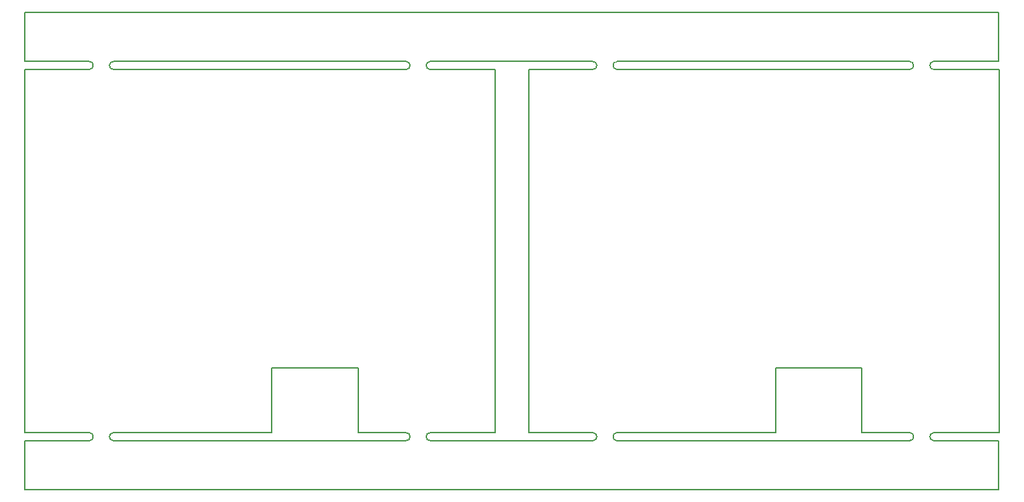
<source format=gm1>
G04 #@! TF.GenerationSoftware,KiCad,Pcbnew,7.0.8*
G04 #@! TF.CreationDate,2023-12-11T19:30:21+01:00*
G04 #@! TF.ProjectId,dogs102,646f6773-3130-4322-9e6b-696361645f70,rev?*
G04 #@! TF.SameCoordinates,Original*
G04 #@! TF.FileFunction,Profile,NP*
%FSLAX46Y46*%
G04 Gerber Fmt 4.6, Leading zero omitted, Abs format (unit mm)*
G04 Created by KiCad (PCBNEW 7.0.8) date 2023-12-11 19:30:21*
%MOMM*%
%LPD*%
G01*
G04 APERTURE LIST*
G04 #@! TA.AperFunction,Profile*
%ADD10C,0.150000*%
G04 #@! TD*
G04 APERTURE END LIST*
D10*
X238010000Y-134000000D02*
X180110000Y-134000000D01*
X168010000Y-81300000D02*
G75*
G03*
X168010000Y-82300000I0J-500000D01*
G01*
X159110000Y-127000000D02*
X159110000Y-119000000D01*
X188010000Y-128000000D02*
G75*
G03*
X188010000Y-127000000I0J500000D01*
G01*
X165010000Y-82300000D02*
G75*
G03*
X165010000Y-81300000I0J500000D01*
G01*
X129010000Y-127000000D02*
G75*
G03*
X129010000Y-128000000I0J-500000D01*
G01*
X159110000Y-127000000D02*
X165010000Y-127000000D01*
X176010000Y-81300000D02*
X180110000Y-81300000D01*
X129010000Y-81300000D02*
G75*
G03*
X129010000Y-82300000I0J-500000D01*
G01*
X191010000Y-81300000D02*
G75*
G03*
X191010000Y-82300000I0J-500000D01*
G01*
X180110000Y-127000000D02*
X180110000Y-82296000D01*
X176022000Y-82296000D02*
X168010000Y-82300000D01*
X129010000Y-128000000D02*
X165010000Y-128000000D01*
X238022000Y-82296000D02*
X230010000Y-82300000D01*
X180110000Y-127000000D02*
X188010000Y-127000000D01*
X176010000Y-128000000D02*
X180110000Y-128000000D01*
X118110000Y-127000000D02*
X118110000Y-82296000D01*
X148510000Y-119000000D02*
X148510000Y-127000000D01*
X227010000Y-128000000D02*
G75*
G03*
X227010000Y-127000000I0J500000D01*
G01*
X118110000Y-128000000D02*
X126010000Y-128000000D01*
X176010000Y-75300000D02*
X118110000Y-75300000D01*
X180110000Y-81300000D02*
X188010000Y-81300000D01*
X210510000Y-119000000D02*
X210510000Y-127000000D01*
X118110000Y-127000000D02*
X126010000Y-127000000D01*
X168010000Y-128000000D02*
X176010000Y-128000000D01*
X165010000Y-128000000D02*
G75*
G03*
X165010000Y-127000000I0J500000D01*
G01*
X230010000Y-81300000D02*
G75*
G03*
X230010000Y-82300000I0J-500000D01*
G01*
X191010000Y-128000000D02*
X227010000Y-128000000D01*
X238022000Y-127000000D02*
X238022000Y-82296000D01*
X176010000Y-75300000D02*
X180110000Y-75300000D01*
X230010000Y-81300000D02*
X238010000Y-81300000D01*
X191010000Y-127000000D02*
X210510000Y-127000000D01*
X129010000Y-82300000D02*
X165010000Y-82300000D01*
X126010000Y-82300000D02*
X118110000Y-82296000D01*
X180110000Y-134000000D02*
X176010000Y-134000000D01*
X188010000Y-82300000D02*
G75*
G03*
X188010000Y-81300000I0J500000D01*
G01*
X159110000Y-119000000D02*
X148510000Y-119000000D01*
X191010000Y-82300000D02*
X227010000Y-82300000D01*
X118110000Y-81300000D02*
X126010000Y-81300000D01*
X126010000Y-82300000D02*
G75*
G03*
X126010000Y-81300000I0J500000D01*
G01*
X221110000Y-127000000D02*
X221110000Y-119000000D01*
X176010000Y-134000000D02*
X118110000Y-134000000D01*
X168010000Y-127000000D02*
G75*
G03*
X168010000Y-128000000I0J-500000D01*
G01*
X238010000Y-81300000D02*
X238010000Y-75300000D01*
X230010000Y-127000000D02*
X238022000Y-127000000D01*
X126010000Y-128000000D02*
G75*
G03*
X126010000Y-127000000I0J500000D01*
G01*
X191010000Y-127000000D02*
G75*
G03*
X191010000Y-128000000I0J-500000D01*
G01*
X238010000Y-75300000D02*
X180110000Y-75300000D01*
X129010000Y-127000000D02*
X148510000Y-127000000D01*
X188010000Y-82300000D02*
X180110000Y-82296000D01*
X221110000Y-127000000D02*
X227010000Y-127000000D01*
X180110000Y-128000000D02*
X188010000Y-128000000D01*
X129010000Y-81300000D02*
X165010000Y-81300000D01*
X118110000Y-75300000D02*
X118110000Y-81300000D01*
X230010000Y-127000000D02*
G75*
G03*
X230010000Y-128000000I0J-500000D01*
G01*
X227010000Y-82300000D02*
G75*
G03*
X227010000Y-81300000I0J500000D01*
G01*
X230010000Y-128000000D02*
X238010000Y-128000000D01*
X176022000Y-127000000D02*
X176022000Y-82296000D01*
X191010000Y-81300000D02*
X227010000Y-81300000D01*
X221110000Y-119000000D02*
X210510000Y-119000000D01*
X168010000Y-127000000D02*
X176022000Y-127000000D01*
X168010000Y-81300000D02*
X176010000Y-81300000D01*
X238010000Y-128000000D02*
X238010000Y-134000000D01*
X118110000Y-134000000D02*
X118110000Y-128000000D01*
M02*

</source>
